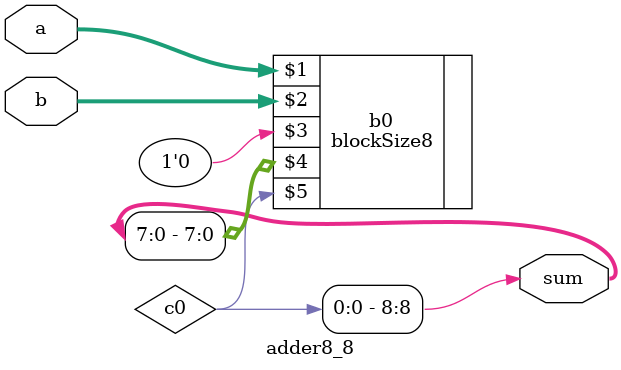
<source format=v>
module adder8_8(a,b,sum);
	input [7:0]a,b;
	output [8:0] sum;
	wire c0;
	blockSize8 b0(a[7:0],b[7:0],1'b0,sum[7:0],c0);
	assign sum[8] = c0;
endmodule

</source>
